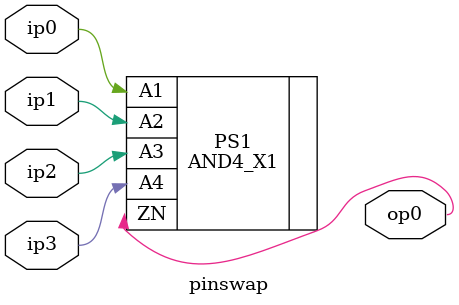
<source format=v>
module td1 (a1,
    a2,
    a3,
    a4, 
    a5,
    a6,
    clk,
    y1,
    y2);

 input a1;
 input a2;
 input a3;
 input a4;
 input a5;
 input a6;         
 input clk;
 output y1;
 output y2;

 wire n1;
 wire net1;

 NAND2_X1 U3 (.A1(a1),
	      .A2(a2),
	      .ZN(n1));
   
 AND2_X1 U5 (.A1(n1),
    .A2(a3),
    .ZN(net1));

 pinswap  U4  (
	       .ip0(a6),	
	       .ip1(a4),
	       .ip2(a5),
	       .ip3(net1),		       
	       .op0(y2)
	       );
    
 BUF_X8 wire1 (.A(net1),
    .Z(y1));

endmodule // td1

module pinswap(
	       ip0,
	       ip1,
	       ip2,
	       ip3,
	       op0);
   input ip0;
   input ip1;
   input ip2;
   input ip3;
   output op0;

   AND4_X1 PS1 (
	    	.A1(ip0),	
		.A2(ip1),
		.A3(ip2),
		.A4(ip3),		       
		.ZN(op0)
	    );
   
	    
endmodule // pinswap

   
   

</source>
